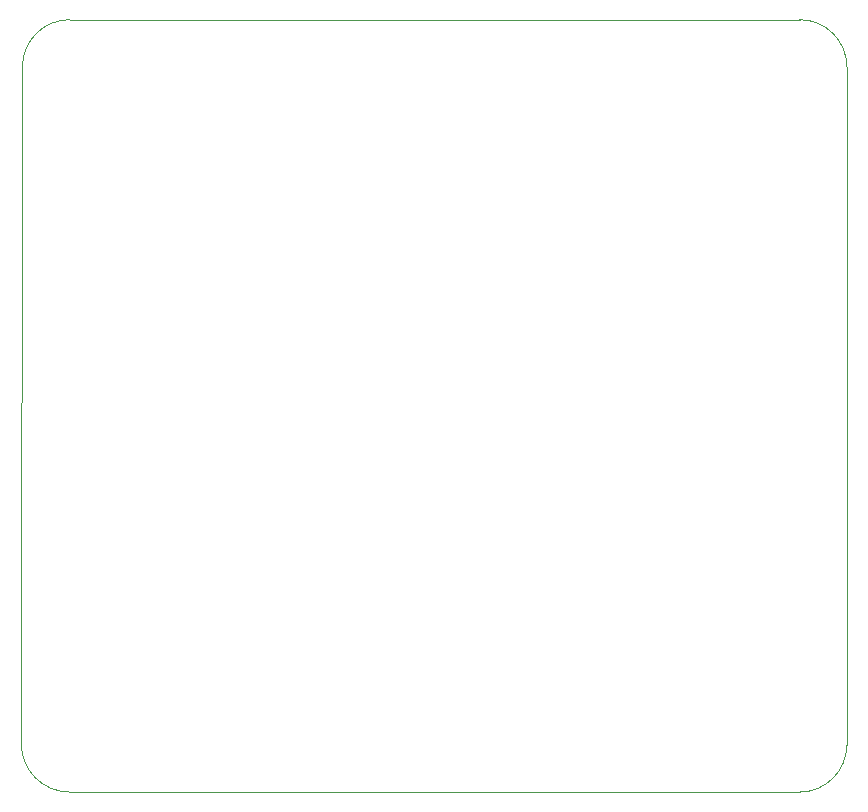
<source format=gbr>
%TF.GenerationSoftware,KiCad,Pcbnew,8.0.5*%
%TF.CreationDate,2024-10-29T23:06:17+07:00*%
%TF.ProjectId,inverter_vcu,696e7665-7274-4657-925f-7663752e6b69,rev?*%
%TF.SameCoordinates,Original*%
%TF.FileFunction,Profile,NP*%
%FSLAX46Y46*%
G04 Gerber Fmt 4.6, Leading zero omitted, Abs format (unit mm)*
G04 Created by KiCad (PCBNEW 8.0.5) date 2024-10-29 23:06:17*
%MOMM*%
%LPD*%
G01*
G04 APERTURE LIST*
%TA.AperFunction,Profile*%
%ADD10C,0.100000*%
%TD*%
G04 APERTURE END LIST*
D10*
X181000000Y-63900000D02*
X119200000Y-63900000D01*
X181000000Y-63900000D02*
G75*
G02*
X185000000Y-67900000I0J-4000000D01*
G01*
X115200000Y-67900000D02*
G75*
G02*
X119200000Y-63900000I4000000J0D01*
G01*
X119200000Y-129300000D02*
X181000000Y-129300000D01*
X115200000Y-67900000D02*
X115100000Y-125200000D01*
X185000000Y-125300000D02*
X185000000Y-67900000D01*
X119200000Y-129300000D02*
G75*
G02*
X115100000Y-125200000I0J4100000D01*
G01*
X185000000Y-125300000D02*
G75*
G02*
X181000000Y-129300000I-4000000J0D01*
G01*
M02*

</source>
